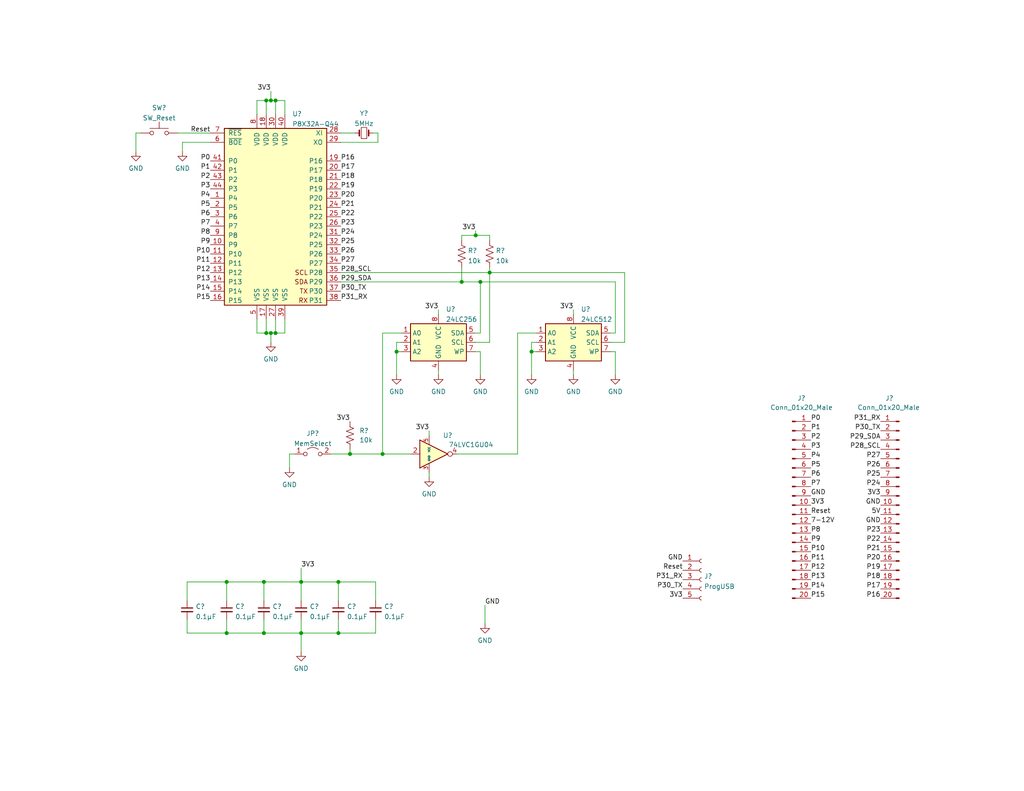
<source format=kicad_sch>
(kicad_sch (version 20211123) (generator eeschema)
  (paper "USLetter")
  (title_block (title "Projet2_CpuBoards") (date "2022-02-10") (rev "0.0.1") (company "Cégep de Sherbrooke"))
  (lib_symbols
    (symbol "74xGxx:74LVC1GU04DRL"
      (property "Reference" "U" (at -2.54 5.08 0))
      (property "Value" "74LVC1GU04DRL" (at 8.89 5.08 0))
      (symbol "74LVC1GU04DRL_0_1"
        (rectangle (start -2.54 3.81) (end -2.54 -3.81) (stroke (width 0.254)) (fill (type background)))
        (polyline (pts (xy -2.54 -3.81) (xy 5.08 0) (xy -2.54 3.81)) (stroke (width 0.254)) (fill (type background)))
        (circle (center 5.715 0) (radius 0.635))
      )
      (symbol "74LVC1GU04DRL_1_1"
        (pin no_connect line (at 5.08 0 180) (length 2.54) hide (name "NC") (number "1"))
        (pin input line (at -5.08 0 0) (length 2.54) (name "~") (number "2"))
        (pin power_in line (at 0 -5.08 90) (length 2.54) (name "GND") (number "3"))
        (pin output line (at 7.62 0 180) (length 1.27) (name "~") (number "4"))
        (pin power_in line (at 0 5.08 270) (length 2.54) (name "VCC") (number "5"))
      )
    )
    (symbol "Connector:Conn_01x05_Female" (pin_names (offset 1.016) hide)
      (property "Reference" "J" (at 0 7.62 0))
      (property "Value" "Conn_01x05_Female" (at 0 -7.62 0))
      (symbol "Conn_01x05_Female_1_1"
        (arc (start 0 -4.572) (mid -0.508 -5.08) (end 0 -5.588) (stroke (width 0.1524)))
        (arc (start 0 -2.032) (mid -0.508 -2.54) (end 0 -3.048) (stroke (width 0.1524)))
        (polyline (pts (xy -1.27 -5.08) (xy -0.508 -5.08)) (stroke (width 0.1524)))
        (polyline (pts (xy -1.27 -2.54) (xy -0.508 -2.54)) (stroke (width 0.1524)))
        (polyline (pts (xy -1.27 0) (xy -0.508 0)) (stroke (width 0.1524)))
        (polyline (pts (xy -1.27 2.54) (xy -0.508 2.54)) (stroke (width 0.1524)))
        (polyline (pts (xy -1.27 5.08) (xy -0.508 5.08)) (stroke (width 0.1524)))
        (arc (start 0 0.508) (mid -0.508 0) (end 0 -0.508) (stroke (width 0.1524)))
        (arc (start 0 3.048) (mid -0.508 2.54) (end 0 2.032) (stroke (width 0.1524)))
        (arc (start 0 5.588) (mid -0.508 5.08) (end 0 4.572) (stroke (width 0.1524)))
        (pin passive line (at -5.08 5.08 0) (length 3.81) (name "Pin_1") (number "1"))
        (pin passive line (at -5.08 2.54 0) (length 3.81) (name "Pin_2") (number "2"))
        (pin passive line (at -5.08 0 0) (length 3.81) (name "Pin_3") (number "3"))
        (pin passive line (at -5.08 -2.54 0) (length 3.81) (name "Pin_4") (number "4"))
        (pin passive line (at -5.08 -5.08 0) (length 3.81) (name "Pin_5") (number "5"))
      )
    )
    (symbol "Connector:Conn_01x20_Male" (pin_names (offset 1.016) hide)
      (property "Reference" "J" (at 0 25.4 0))
      (property "Value" "Conn_01x20_Male" (at 0 -27.94 0))
      (symbol "Conn_01x20_Male_1_1"
        (polyline (pts (xy 1.27 -25.4) (xy 0.8636 -25.4)) (stroke (width 0.1524)))
        (polyline (pts (xy 1.27 -22.86) (xy 0.8636 -22.86)) (stroke (width 0.1524)))
        (polyline (pts (xy 1.27 -20.32) (xy 0.8636 -20.32)) (stroke (width 0.1524)))
        (polyline (pts (xy 1.27 -17.78) (xy 0.8636 -17.78)) (stroke (width 0.1524)))
        (polyline (pts (xy 1.27 -15.24) (xy 0.8636 -15.24)) (stroke (width 0.1524)))
        (polyline (pts (xy 1.27 -12.7) (xy 0.8636 -12.7)) (stroke (width 0.1524)))
        (polyline (pts (xy 1.27 -10.16) (xy 0.8636 -10.16)) (stroke (width 0.1524)))
        (polyline (pts (xy 1.27 -7.62) (xy 0.8636 -7.62)) (stroke (width 0.1524)))
        (polyline (pts (xy 1.27 -5.08) (xy 0.8636 -5.08)) (stroke (width 0.1524)))
        (polyline (pts (xy 1.27 -2.54) (xy 0.8636 -2.54)) (stroke (width 0.1524)))
        (polyline (pts (xy 1.27 0) (xy 0.8636 0)) (stroke (width 0.1524)))
        (polyline (pts (xy 1.27 2.54) (xy 0.8636 2.54)) (stroke (width 0.1524)))
        (polyline (pts (xy 1.27 5.08) (xy 0.8636 5.08)) (stroke (width 0.1524)))
        (polyline (pts (xy 1.27 7.62) (xy 0.8636 7.62)) (stroke (width 0.1524)))
        (polyline (pts (xy 1.27 10.16) (xy 0.8636 10.16)) (stroke (width 0.1524)))
        (polyline (pts (xy 1.27 12.7) (xy 0.8636 12.7)) (stroke (width 0.1524)))
        (polyline (pts (xy 1.27 15.24) (xy 0.8636 15.24)) (stroke (width 0.1524)))
        (polyline (pts (xy 1.27 17.78) (xy 0.8636 17.78)) (stroke (width 0.1524)))
        (polyline (pts (xy 1.27 20.32) (xy 0.8636 20.32)) (stroke (width 0.1524)))
        (polyline (pts (xy 1.27 22.86) (xy 0.8636 22.86)) (stroke (width 0.1524)))
        (rectangle (start 0.8636 -25.273) (end 0 -25.527) (stroke (width 0.1524)) (fill (type outline)))
        (rectangle (start 0.8636 -22.733) (end 0 -22.987) (stroke (width 0.1524)) (fill (type outline)))
        (rectangle (start 0.8636 -20.193) (end 0 -20.447) (stroke (width 0.1524)) (fill (type outline)))
        (rectangle (start 0.8636 -17.653) (end 0 -17.907) (stroke (width 0.1524)) (fill (type outline)))
        (rectangle (start 0.8636 -15.113) (end 0 -15.367) (stroke (width 0.1524)) (fill (type outline)))
        (rectangle (start 0.8636 -12.573) (end 0 -12.827) (stroke (width 0.1524)) (fill (type outline)))
        (rectangle (start 0.8636 -10.033) (end 0 -10.287) (stroke (width 0.1524)) (fill (type outline)))
        (rectangle (start 0.8636 -7.493) (end 0 -7.747) (stroke (width 0.1524)) (fill (type outline)))
        (rectangle (start 0.8636 -4.953) (end 0 -5.207) (stroke (width 0.1524)) (fill (type outline)))
        (rectangle (start 0.8636 -2.413) (end 0 -2.667) (stroke (width 0.1524)) (fill (type outline)))
        (rectangle (start 0.8636 0.127) (end 0 -0.127) (stroke (width 0.1524)) (fill (type outline)))
        (rectangle (start 0.8636 2.667) (end 0 2.413) (stroke (width 0.1524)) (fill (type outline)))
        (rectangle (start 0.8636 5.207) (end 0 4.953) (stroke (width 0.1524)) (fill (type outline)))
        (rectangle (start 0.8636 7.747) (end 0 7.493) (stroke (width 0.1524)) (fill (type outline)))
        (rectangle (start 0.8636 10.287) (end 0 10.033) (stroke (width 0.1524)) (fill (type outline)))
        (rectangle (start 0.8636 12.827) (end 0 12.573) (stroke (width 0.1524)) (fill (type outline)))
        (rectangle (start 0.8636 15.367) (end 0 15.113) (stroke (width 0.1524)) (fill (type outline)))
        (rectangle (start 0.8636 17.907) (end 0 17.653) (stroke (width 0.1524)) (fill (type outline)))
        (rectangle (start 0.8636 20.447) (end 0 20.193) (stroke (width 0.1524)) (fill (type outline)))
        (rectangle (start 0.8636 22.987) (end 0 22.733) (stroke (width 0.1524)) (fill (type outline)))
        (pin passive line (at 5.08 22.86 180) (length 3.81) (name "Pin_1") (number "1"))
        (pin passive line (at 5.08 0 180) (length 3.81) (name "Pin_10") (number "10"))
        (pin passive line (at 5.08 -2.54 180) (length 3.81) (name "Pin_11") (number "11"))
        (pin passive line (at 5.08 -5.08 180) (length 3.81) (name "Pin_12") (number "12"))
        (pin passive line (at 5.08 -7.62 180) (length 3.81) (name "Pin_13") (number "13"))
        (pin passive line (at 5.08 -10.16 180) (length 3.81) (name "Pin_14") (number "14"))
        (pin passive line (at 5.08 -12.7 180) (length 3.81) (name "Pin_15") (number "15"))
        (pin passive line (at 5.08 -15.24 180) (length 3.81) (name "Pin_16") (number "16"))
        (pin passive line (at 5.08 -17.78 180) (length 3.81) (name "Pin_17") (number "17"))
        (pin passive line (at 5.08 -20.32 180) (length 3.81) (name "Pin_18") (number "18"))
        (pin passive line (at 5.08 -22.86 180) (length 3.81) (name "Pin_19") (number "19"))
        (pin passive line (at 5.08 20.32 180) (length 3.81) (name "Pin_2") (number "2"))
        (pin passive line (at 5.08 -25.4 180) (length 3.81) (name "Pin_20") (number "20"))
        (pin passive line (at 5.08 17.78 180) (length 3.81) (name "Pin_3") (number "3"))
        (pin passive line (at 5.08 15.24 180) (length 3.81) (name "Pin_4") (number "4"))
        (pin passive line (at 5.08 12.7 180) (length 3.81) (name "Pin_5") (number "5"))
        (pin passive line (at 5.08 10.16 180) (length 3.81) (name "Pin_6") (number "6"))
        (pin passive line (at 5.08 7.62 180) (length 3.81) (name "Pin_7") (number "7"))
        (pin passive line (at 5.08 5.08 180) (length 3.81) (name "Pin_8") (number "8"))
        (pin passive line (at 5.08 2.54 180) (length 3.81) (name "Pin_9") (number "9"))
      )
    )
    (symbol "Device:C_Small" (pin_numbers hide) (pin_names (offset 0.254) hide)
      (property "Reference" "C" (at 0.254 1.778 0))
      (property "Value" "C_Small" (at 0.254 -2.032 0))
      (symbol "C_Small_0_1"
        (polyline (pts (xy -1.524 -0.508) (xy 1.524 -0.508)) (stroke (width 0.3302)))
        (polyline (pts (xy -1.524 0.508) (xy 1.524 0.508)) (stroke (width 0.3048)))
      )
      (symbol "C_Small_1_1"
        (pin passive line (at 0 2.54 270) (length 2.032) (name "~") (number "1"))
        (pin passive line (at 0 -2.54 90) (length 2.032) (name "~") (number "2"))
      )
    )
    (symbol "Device:Crystal_Small" (pin_numbers hide) (pin_names (offset 1.016) hide)
      (property "Reference" "Y" (at 0 2.54 0))
      (property "Value" "Crystal_Small" (at 0 -2.54 0))
      (symbol "Crystal_Small_0_1"
        (rectangle (start -0.762 -1.524) (end 0.762 1.524))
        (polyline (pts (xy -1.27 -0.762) (xy -1.27 0.762)) (stroke (width 0.381)))
        (polyline (pts (xy 1.27 -0.762) (xy 1.27 0.762)) (stroke (width 0.381)))
      )
      (symbol "Crystal_Small_1_1"
        (pin passive line (at -2.54 0 0) (length 1.27) (name "1") (number "1"))
        (pin passive line (at 2.54 0 180) (length 1.27) (name "2") (number "2"))
      )
    )
    (symbol "Device:R_US" (pin_numbers hide) (pin_names (offset 0))
      (property "Reference" "R" (at 2.54 0 90))
      (property "Value" "R_US" (at -2.54 0 90))
      (symbol "R_US_0_1"
        (polyline (pts (xy 0 -2.286) (xy 0 -2.54)))
        (polyline (pts (xy 0 2.286) (xy 0 2.54)))
        (polyline (pts (xy 0 -0.762) (xy 1.016 -1.143) (xy 0 -1.524) (xy -1.016 -1.905) (xy 0 -2.286)))
        (polyline (pts (xy 0 0.762) (xy 1.016 0.381) (xy 0 0) (xy -1.016 -0.381) (xy 0 -0.762)))
        (polyline (pts (xy 0 2.286) (xy 1.016 1.905) (xy 0 1.524) (xy -1.016 1.143) (xy 0 0.762)))
      )
      (symbol "R_US_1_1"
        (pin passive line (at 0 3.81 270) (length 1.27) (name "~") (number "1"))
        (pin passive line (at 0 -3.81 90) (length 1.27) (name "~") (number "2"))
      )
    )
    (symbol "Jumper:Jumper_2_Open" (pin_names (offset 0) hide)
      (property "Reference" "JP" (at 0 2.794 0))
      (property "Value" "Jumper_2_Open" (at 0 -2.286 0))
      (symbol "Jumper_2_Open_0_0"
        (circle (center -2.032 0) (radius 0.508))
        (circle (center 2.032 0) (radius 0.508))
      )
      (symbol "Jumper_2_Open_0_1"
        (arc (start 1.524 1.27) (mid 0 1.778) (end -1.524 1.27))
      )
      (symbol "Jumper_2_Open_1_1"
        (pin passive line (at -5.08 0 0) (length 2.54) (name "A") (number "1"))
        (pin passive line (at 5.08 0 180) (length 2.54) (name "B") (number "2"))
      )
    )
    (symbol "MCU_Parallax:P8X32A-Q44" (pin_names (offset 1.016))
      (property "Reference" "U" (at -13.97 25.4 0))
      (property "Value" "P8X32A-Q44" (at 3.81 25.4 0))
      (symbol "P8X32A-Q44_0_1"
        (rectangle (start -13.97 24.13) (end 13.97 -24.13) (stroke (width 0.254)) (fill (type background)))
        (text "RX" (at 8.89 -22.86 0) (effects (font (size 1.27 1.27)) (justify right)))
        (text "SCL" (at 8.89 -15.24 0) (effects (font (size 1.27 1.27)) (justify right)))
        (text "SDA" (at 8.89 -17.78 0) (effects (font (size 1.27 1.27)) (justify right)))
        (text "TX" (at 8.89 -20.32 0) (effects (font (size 1.27 1.27)) (justify right)))
        (pin bidirectional line (at -17.78 5.08 0) (length 3.81) (name "P4") (number "1"))
        (pin bidirectional line (at -17.78 -7.62 0) (length 3.81) (name "P9") (number "10"))
        (pin bidirectional line (at -17.78 -10.16 0) (length 3.81) (name "P10") (number "11"))
        (pin bidirectional line (at -17.78 -12.7 0) (length 3.81) (name "P11") (number "12"))
        (pin bidirectional line (at -17.78 -15.24 0) (length 3.81) (name "P12") (number "13"))
        (pin bidirectional line (at -17.78 -17.78 0) (length 3.81) (name "P13") (number "14"))
        (pin bidirectional line (at -17.78 -20.32 0) (length 3.81) (name "P14") (number "15"))
        (pin bidirectional line (at -17.78 -22.86 0) (length 3.81) (name "P15") (number "16"))
        (pin power_in line (at -2.54 -27.94 90) (length 3.81) (name "VSS") (number "17"))
        (pin power_in line (at -2.54 27.94 270) (length 3.81) (name "VDD") (number "18"))
        (pin bidirectional line (at 17.78 15.24 180) (length 3.81) (name "P16") (number "19"))
        (pin bidirectional line (at -17.78 2.54 0) (length 3.81) (name "P5") (number "2"))
        (pin bidirectional line (at 17.78 12.7 180) (length 3.81) (name "P17") (number "20"))
        (pin bidirectional line (at 17.78 10.16 180) (length 3.81) (name "P18") (number "21"))
        (pin bidirectional line (at 17.78 7.62 180) (length 3.81) (name "P19") (number "22"))
        (pin bidirectional line (at 17.78 5.08 180) (length 3.81) (name "P20") (number "23"))
        (pin bidirectional line (at 17.78 2.54 180) (length 3.81) (name "P21") (number "24"))
        (pin bidirectional line (at 17.78 0 180) (length 3.81) (name "P22") (number "25"))
        (pin bidirectional line (at 17.78 -2.54 180) (length 3.81) (name "P23") (number "26"))
        (pin power_in line (at 0 -27.94 90) (length 3.81) (name "VSS") (number "27"))
        (pin input line (at 17.78 22.86 180) (length 3.81) (name "XI") (number "28"))
        (pin output line (at 17.78 20.32 180) (length 3.81) (name "XO") (number "29"))
        (pin bidirectional line (at -17.78 0 0) (length 3.81) (name "P6") (number "3"))
        (pin power_in line (at 0 27.94 270) (length 3.81) (name "VDD") (number "30"))
        (pin bidirectional line (at 17.78 -5.08 180) (length 3.81) (name "P24") (number "31"))
        (pin bidirectional line (at 17.78 -7.62 180) (length 3.81) (name "P25") (number "32"))
        (pin bidirectional line (at 17.78 -10.16 180) (length 3.81) (name "P26") (number "33"))
        (pin bidirectional line (at 17.78 -12.7 180) (length 3.81) (name "P27") (number "34"))
        (pin bidirectional line (at 17.78 -15.24 180) (length 3.81) (name "P28") (number "35"))
        (pin bidirectional line (at 17.78 -17.78 180) (length 3.81) (name "P29") (number "36"))
        (pin bidirectional line (at 17.78 -20.32 180) (length 3.81) (name "P30") (number "37"))
        (pin bidirectional line (at 17.78 -22.86 180) (length 3.81) (name "P31") (number "38"))
        (pin power_in line (at 2.54 -27.94 90) (length 3.81) (name "VSS") (number "39"))
        (pin bidirectional line (at -17.78 -2.54 0) (length 3.81) (name "P7") (number "4"))
        (pin power_in line (at 2.54 27.94 270) (length 3.81) (name "VDD") (number "40"))
        (pin bidirectional line (at -17.78 15.24 0) (length 3.81) (name "P0") (number "41"))
        (pin bidirectional line (at -17.78 12.7 0) (length 3.81) (name "P1") (number "42"))
        (pin bidirectional line (at -17.78 10.16 0) (length 3.81) (name "P2") (number "43"))
        (pin bidirectional line (at -17.78 7.62 0) (length 3.81) (name "P3") (number "44"))
        (pin power_in line (at -5.08 -27.94 90) (length 3.81) (name "VSS") (number "5"))
        (pin input line (at -17.78 20.32 0) (length 3.81) (name "~{BOE}") (number "6"))
        (pin bidirectional line (at -17.78 22.86 0) (length 3.81) (name "~{RES}") (number "7"))
        (pin power_in line (at -5.08 27.94 270) (length 3.81) (name "VDD") (number "8"))
        (pin bidirectional line (at -17.78 -5.08 0) (length 3.81) (name "P8") (number "9"))
      )
    )
    (symbol "Memory_EEPROM:24LC256"
      (property "Reference" "U" (at -6.35 6.35 0))
      (property "Value" "24LC256" (at 1.27 6.35 0))
      (symbol "24LC256_1_1"
        (rectangle (start -7.62 5.08) (end 7.62 -5.08) (stroke (width 0.254)) (fill (type background)))
        (pin input line (at -10.16 2.54 0) (length 2.54) (name "A0") (number "1"))
        (pin input line (at -10.16 0 0) (length 2.54) (name "A1") (number "2"))
        (pin input line (at -10.16 -2.54 0) (length 2.54) (name "A2") (number "3"))
        (pin power_in line (at 0 -7.62 90) (length 2.54) (name "GND") (number "4"))
        (pin bidirectional line (at 10.16 2.54 180) (length 2.54) (name "SDA") (number "5"))
        (pin input line (at 10.16 0 180) (length 2.54) (name "SCL") (number "6"))
        (pin input line (at 10.16 -2.54 180) (length 2.54) (name "WP") (number "7"))
        (pin power_in line (at 0 7.62 270) (length 2.54) (name "VCC") (number "8"))
      )
    )
    (symbol "Memory_EEPROM:24LC512"
      (property "Reference" "U" (at -6.35 6.35 0))
      (property "Value" "24LC512" (at 1.27 6.35 0))
      (symbol "24LC512_1_1"
        (rectangle (start -7.62 5.08) (end 7.62 -5.08) (stroke (width 0.254)) (fill (type background)))
        (pin input line (at -10.16 2.54 0) (length 2.54) (name "A0") (number "1"))
        (pin input line (at -10.16 0 0) (length 2.54) (name "A1") (number "2"))
        (pin input line (at -10.16 -2.54 0) (length 2.54) (name "A2") (number "3"))
        (pin power_in line (at 0 -7.62 90) (length 2.54) (name "GND") (number "4"))
        (pin bidirectional line (at 10.16 2.54 180) (length 2.54) (name "SDA") (number "5"))
        (pin input line (at 10.16 0 180) (length 2.54) (name "SCL") (number "6"))
        (pin input line (at 10.16 -2.54 180) (length 2.54) (name "WP") (number "7"))
        (pin power_in line (at 0 7.62 270) (length 2.54) (name "VCC") (number "8"))
      )
    )
    (symbol "Switch:SW_Push" (pin_numbers hide) (pin_names (offset 1.016) hide)
      (property "Reference" "SW" (at 1.27 2.54 0))
      (property "Value" "SW_Push" (at 0 -1.524 0))
      (symbol "SW_Push_0_1"
        (circle (center -2.032 0) (radius 0.508))
        (polyline (pts (xy 0 1.27) (xy 0 3.048)))
        (polyline (pts (xy 2.54 1.27) (xy -2.54 1.27)))
        (circle (center 2.032 0) (radius 0.508))
        (pin passive line (at -5.08 0 0) (length 2.54) (name "1") (number "1"))
        (pin passive line (at 5.08 0 180) (length 2.54) (name "2") (number "2"))
      )
    )
    (symbol "power:GND" (power) (pin_names (offset 0))
      (property "Value" "GND" (at 0 -3.81 0))
      (symbol "GND_0_1"
        (polyline (pts (xy 0 0) (xy 0 -1.27) (xy 1.27 -1.27) (xy 0 -2.54) (xy -1.27 -1.27) (xy 0 -1.27)))
      )
      (symbol "GND_1_1"
        (pin power_in line (at 0 0 270) (length 0) hide (name "GND") (number "1"))
      )
    )
  )
  (junction (at 73.914 90.932))
  (junction (at 72.009 158.877))
  (junction (at 131.064 76.962))
  (junction (at 145.034 96.012))
  (junction (at 61.849 158.877))
  (junction (at 92.329 158.877))
  (junction (at 133.604 74.422))
  (junction (at 72.644 90.932))
  (junction (at 129.794 64.262))
  (junction (at 75.184 27.432))
  (junction (at 72.009 172.847))
  (junction (at 82.169 172.847))
  (junction (at 95.504 123.952))
  (junction (at 104.394 123.952))
  (junction (at 125.984 76.962))
  (junction (at 82.169 158.877))
  (junction (at 72.644 27.432))
  (junction (at 108.204 96.012))
  (junction (at 92.329 172.847))
  (junction (at 61.849 172.847))
  (junction (at 75.184 90.932))
  (junction (at 73.914 27.432))
  (wire (pts (xy 129.794 64.262) (xy 133.604 64.262)))
  (wire (pts (xy 125.984 65.532) (xy 125.984 64.262)))
  (wire (pts (xy 131.064 76.962) (xy 167.894 76.962)))
  (wire (pts (xy 102.489 158.877) (xy 102.489 163.957)))
  (wire (pts (xy 117.094 117.602) (xy 117.094 118.872)))
  (wire (pts (xy 170.434 93.472) (xy 166.624 93.472)))
  (wire (pts (xy 129.794 62.992) (xy 129.794 64.262)))
  (wire (pts (xy 75.184 31.242) (xy 75.184 27.432)))
  (wire (pts (xy 61.849 172.847) (xy 51.054 172.847)))
  (wire (pts (xy 146.304 93.472) (xy 145.034 93.472)))
  (wire (pts (xy 170.434 74.422) (xy 170.434 93.472)))
  (wire (pts (xy 133.604 64.262) (xy 133.604 65.532)))
  (wire (pts (xy 102.489 172.847) (xy 102.489 169.037)))
  (wire (pts (xy 104.394 90.932) (xy 109.474 90.932)))
  (wire (pts (xy 156.464 84.582) (xy 156.464 85.852)))
  (wire (pts (xy 156.464 101.092) (xy 156.464 102.362)))
  (wire (pts (xy 92.329 163.957) (xy 92.329 158.877)))
  (wire (pts (xy 70.104 90.932) (xy 70.104 87.122)))
  (wire (pts (xy 145.034 93.472) (xy 145.034 96.012)))
  (wire (pts (xy 61.849 158.877) (xy 61.849 163.957)))
  (wire (pts (xy 104.394 123.952) (xy 104.394 90.932)))
  (wire (pts (xy 78.994 123.952) (xy 78.994 127.762)))
  (wire (pts (xy 72.009 169.037) (xy 72.009 172.847)))
  (wire (pts (xy 124.714 123.952) (xy 141.224 123.952)))
  (wire (pts (xy 37.084 36.322) (xy 37.084 41.402)))
  (wire (pts (xy 51.054 158.877) (xy 61.849 158.877)))
  (wire (pts (xy 70.104 31.242) (xy 70.104 27.432)))
  (wire (pts (xy 95.504 123.952) (xy 104.394 123.952)))
  (wire (pts (xy 72.644 27.432) (xy 72.644 31.242)))
  (wire (pts (xy 51.054 163.957) (xy 51.054 158.877)))
  (wire (pts (xy 92.329 158.877) (xy 102.489 158.877)))
  (wire (pts (xy 73.914 93.472) (xy 73.914 90.932)))
  (wire (pts (xy 77.724 87.122) (xy 77.724 90.932)))
  (wire (pts (xy 132.334 165.227) (xy 132.334 170.307)))
  (wire (pts (xy 131.064 96.012) (xy 131.064 102.362)))
  (wire (pts (xy 49.784 38.862) (xy 57.404 38.862)))
  (wire (pts (xy 92.329 172.847) (xy 102.489 172.847)))
  (wire (pts (xy 103.124 36.322) (xy 101.854 36.322)))
  (wire (pts (xy 92.964 38.862) (xy 103.124 38.862)))
  (wire (pts (xy 70.104 27.432) (xy 72.644 27.432)))
  (wire (pts (xy 90.424 123.952) (xy 95.504 123.952)))
  (wire (pts (xy 82.169 158.877) (xy 82.169 163.957)))
  (wire (pts (xy 73.914 90.932) (xy 72.644 90.932)))
  (wire (pts (xy 146.304 96.012) (xy 145.034 96.012)))
  (wire (pts (xy 103.124 38.862) (xy 103.124 36.322)))
  (wire (pts (xy 82.169 155.067) (xy 82.169 158.877)))
  (wire (pts (xy 166.624 96.012) (xy 167.894 96.012)))
  (wire (pts (xy 82.169 172.847) (xy 92.329 172.847)))
  (wire (pts (xy 77.724 27.432) (xy 77.724 31.242)))
  (wire (pts (xy 92.964 74.422) (xy 133.604 74.422)))
  (wire (pts (xy 61.849 169.037) (xy 61.849 172.847)))
  (wire (pts (xy 73.914 90.932) (xy 75.184 90.932)))
  (wire (pts (xy 51.054 169.037) (xy 51.054 172.847)))
  (wire (pts (xy 92.329 169.037) (xy 92.329 172.847)))
  (wire (pts (xy 109.474 93.472) (xy 108.204 93.472)))
  (wire (pts (xy 92.964 36.322) (xy 96.774 36.322)))
  (wire (pts (xy 72.009 158.877) (xy 72.009 163.957)))
  (wire (pts (xy 119.634 101.092) (xy 119.634 102.362)))
  (wire (pts (xy 141.224 123.952) (xy 141.224 90.932)))
  (wire (pts (xy 72.644 90.932) (xy 70.104 90.932)))
  (wire (pts (xy 80.264 123.952) (xy 78.994 123.952)))
  (wire (pts (xy 95.504 122.682) (xy 95.504 123.952)))
  (wire (pts (xy 75.184 90.932) (xy 75.184 87.122)))
  (wire (pts (xy 82.169 169.037) (xy 82.169 172.847)))
  (wire (pts (xy 82.169 172.847) (xy 82.169 177.927)))
  (wire (pts (xy 133.604 73.152) (xy 133.604 74.422)))
  (wire (pts (xy 61.849 172.847) (xy 72.009 172.847)))
  (wire (pts (xy 48.514 36.322) (xy 57.404 36.322)))
  (wire (pts (xy 117.094 130.302) (xy 117.094 129.032)))
  (wire (pts (xy 92.329 158.877) (xy 82.169 158.877)))
  (wire (pts (xy 92.964 76.962) (xy 125.984 76.962)))
  (wire (pts (xy 129.794 96.012) (xy 131.064 96.012)))
  (wire (pts (xy 72.009 172.847) (xy 82.169 172.847)))
  (wire (pts (xy 109.474 96.012) (xy 108.204 96.012)))
  (wire (pts (xy 119.634 84.582) (xy 119.634 85.852)))
  (wire (pts (xy 108.204 96.012) (xy 108.204 102.362)))
  (wire (pts (xy 125.984 73.152) (xy 125.984 76.962)))
  (wire (pts (xy 133.604 74.422) (xy 170.434 74.422)))
  (wire (pts (xy 145.034 96.012) (xy 145.034 102.362)))
  (wire (pts (xy 108.204 93.472) (xy 108.204 96.012)))
  (wire (pts (xy 73.914 24.892) (xy 73.914 27.432)))
  (wire (pts (xy 166.624 90.932) (xy 167.894 90.932)))
  (wire (pts (xy 72.009 158.877) (xy 82.169 158.877)))
  (wire (pts (xy 125.984 64.262) (xy 129.794 64.262)))
  (wire (pts (xy 112.014 123.952) (xy 104.394 123.952)))
  (wire (pts (xy 61.849 158.877) (xy 72.009 158.877)))
  (wire (pts (xy 49.784 41.402) (xy 49.784 38.862)))
  (wire (pts (xy 129.794 93.472) (xy 133.604 93.472)))
  (wire (pts (xy 129.794 90.932) (xy 131.064 90.932)))
  (wire (pts (xy 167.894 96.012) (xy 167.894 102.362)))
  (wire (pts (xy 72.644 87.122) (xy 72.644 90.932)))
  (wire (pts (xy 131.064 76.962) (xy 125.984 76.962)))
  (wire (pts (xy 131.064 90.932) (xy 131.064 76.962)))
  (wire (pts (xy 73.914 27.432) (xy 72.644 27.432)))
  (wire (pts (xy 167.894 90.932) (xy 167.894 76.962)))
  (wire (pts (xy 77.724 90.932) (xy 75.184 90.932)))
  (wire (pts (xy 75.184 27.432) (xy 73.914 27.432)))
  (wire (pts (xy 38.354 36.322) (xy 37.084 36.322)))
  (wire (pts (xy 133.604 93.472) (xy 133.604 74.422)))
  (wire (pts (xy 141.224 90.932) (xy 146.304 90.932)))
  (wire (pts (xy 75.184 27.432) (xy 77.724 27.432)))
  (label "P7" (at 221.234 132.842 0))
  (label "GND" (at 221.234 135.382 0))
  (label "Reset" (at 186.309 155.702 180))
  (label "3V3" (at 117.094 117.602 180))
  (label "P16" (at 240.284 163.322 180))
  (label "P12" (at 221.234 155.702 0))
  (label "P22" (at 240.284 148.082 180))
  (label "3V3" (at 240.284 135.382 180))
  (label "P23" (at 240.284 145.542 180))
  (label "3V3" (at 82.169 155.067 0))
  (label "P22" (at 92.964 59.182 0))
  (label "P29_SDA" (at 92.964 76.962 0))
  (label "P30_TX" (at 186.309 160.782 180))
  (label "P8" (at 221.234 145.542 0))
  (label "P15" (at 57.404 82.042 180))
  (label "P19" (at 240.284 155.702 180))
  (label "P3" (at 221.234 122.682 0))
  (label "P19" (at 92.964 51.562 0))
  (label "P9" (at 57.404 66.802 180))
  (label "P20" (at 92.964 54.102 0))
  (label "3V3" (at 186.309 163.322 180))
  (label "P4" (at 221.234 125.222 0))
  (label "GND" (at 240.284 137.922 180))
  (label "P4" (at 57.404 54.102 180))
  (label "P21" (at 92.964 56.642 0))
  (label "P7" (at 57.404 61.722 180))
  (label "P26" (at 92.964 69.342 0))
  (label "3V3" (at 156.464 84.582 180))
  (label "GND" (at 186.309 153.162 180))
  (label "Reset" (at 57.404 36.322 180))
  (label "3V3" (at 119.634 84.582 180))
  (label "P10" (at 221.234 150.622 0))
  (label "P11" (at 221.234 153.162 0))
  (label "P31_RX" (at 186.309 158.242 180))
  (label "P3" (at 57.404 51.562 180))
  (label "P14" (at 57.404 79.502 180))
  (label "P18" (at 92.964 49.022 0))
  (label "3V3" (at 73.914 24.892 180))
  (label "P30_TX" (at 240.284 117.602 180))
  (label "5V" (at 240.284 140.462 180))
  (label "7-12V" (at 221.234 143.002 0))
  (label "P1" (at 221.234 117.602 0))
  (label "3V3" (at 95.504 115.062 180))
  (label "P20" (at 240.284 153.162 180))
  (label "P13" (at 221.234 158.242 0))
  (label "P5" (at 221.234 127.762 0))
  (label "GND" (at 132.334 165.227 0))
  (label "P27" (at 92.964 71.882 0))
  (label "P31_RX" (at 92.964 82.042 0))
  (label "P2" (at 221.234 120.142 0))
  (label "P14" (at 221.234 160.782 0))
  (label "P12" (at 57.404 74.422 180))
  (label "P6" (at 57.404 59.182 180))
  (label "P17" (at 92.964 46.482 0))
  (label "P5" (at 57.404 56.642 180))
  (label "GND" (at 240.284 143.002 180))
  (label "P15" (at 221.234 163.322 0))
  (label "P17" (at 240.284 160.782 180))
  (label "P0" (at 57.404 43.942 180))
  (label "P8" (at 57.404 64.262 180))
  (label "P1" (at 57.404 46.482 180))
  (label "P18" (at 240.284 158.242 180))
  (label "P16" (at 92.964 43.942 0))
  (label "3V3" (at 129.794 62.992 180))
  (label "P9" (at 221.234 148.082 0))
  (label "P24" (at 92.964 64.262 0))
  (label "P28_SCL" (at 240.284 122.682 180))
  (label "P0" (at 221.234 115.062 0))
  (label "P25" (at 240.284 130.302 180))
  (label "P21" (at 240.284 150.622 180))
  (label "P25" (at 92.964 66.802 0))
  (label "P11" (at 57.404 71.882 180))
  (label "P30_TX" (at 92.964 79.502 0))
  (label "P6" (at 221.234 130.302 0))
  (label "P31_RX" (at 240.284 115.062 180))
  (label "P24" (at 240.284 132.842 180))
  (label "P2" (at 57.404 49.022 180))
  (label "P27" (at 240.284 125.222 180))
  (label "P10" (at 57.404 69.342 180))
  (label "P13" (at 57.404 76.962 180))
  (label "Reset" (at 221.234 140.462 0))
  (label "P29_SDA" (at 240.284 120.142 180))
  (label "3V3" (at 221.234 137.922 0))
  (label "P28_SCL" (at 92.964 74.422 0))
  (label "P26" (at 240.284 127.762 180))
  (label "P23" (at 92.964 61.722 0))
  (symbol (lib_id "power:GND") (at 156.464 102.362 0) (unit 1)
    (property "Reference" "#PWR?" (effects hide))
    (property "Value" "GND" (at 156.464 106.9245 0))
  )
  (symbol (lib_id "power:GND") (at 82.169 177.927 0) (unit 1)
    (property "Reference" "#PWR?" (effects hide))
    (property "Value" "GND" (at 82.169 182.4895 0))
  )
  (symbol (lib_id "Device:C_Small") (at 92.329 166.497 0) (unit 1)
    (property "Reference" "C?" (at 94.6531 165.5948 0) (effects (justify left)))
    (property "Value" "0.1µF" (at 94.6531 168.3699 0) (effects (justify left)))
    (property "Footprint" "Capacitor_SMD:C_0805_2012Metric_Pad1.18x1.45mm_HandSolder" (effects hide))
  )
  (symbol (lib_id "Connector:Conn_01x20_Male") (at 216.154 137.922 0) (unit 1)
    (property "Reference" "J?" (at 218.694 108.712 0))
    (property "Value" "Conn_01x20_Male" (at 218.694 111.252 0))
    (property "Footprint" "Connector_PinHeader_2.54mm:PinHeader_1x20_P2.54mm_Vertical" (effects hide))
  )
  (symbol (lib_id "Device:R_US") (at 125.984 69.342 0) (unit 1)
    (property "Reference" "R?" (at 127.635 68.4335 0) (effects (justify left)))
    (property "Value" "10k" (at 127.635 71.2086 0) (effects (justify left)))
    (property "Footprint" "Resistor_SMD:R_0805_2012Metric_Pad1.20x1.40mm_HandSolder" (effects hide))
  )
  (symbol (lib_id "power:GND") (at 132.334 170.307 0) (unit 1)
    (property "Reference" "#PWR?" (effects hide))
    (property "Value" "GND" (at 132.334 174.8695 0))
  )
  (symbol (lib_id "Device:R_US") (at 95.504 118.872 0) (unit 1)
    (property "Reference" "R?" (at 98.044 117.6019 0) (effects (justify left)))
    (property "Value" "10k" (at 98.044 120.1419 0) (effects (justify left)))
    (property "Footprint" "Resistor_SMD:R_0805_2012Metric_Pad1.20x1.40mm_HandSolder" (effects hide))
  )
  (symbol (lib_id "Device:R_US") (at 133.604 69.342 0) (unit 1)
    (property "Reference" "R?" (at 135.255 68.4335 0) (effects (justify left)))
    (property "Value" "10k" (at 135.255 71.2086 0) (effects (justify left)))
    (property "Footprint" "Resistor_SMD:R_0805_2012Metric_Pad1.20x1.40mm_HandSolder" (effects hide))
  )
  (symbol (lib_id "power:GND") (at 131.064 102.362 0) (unit 1)
    (property "Reference" "#PWR?" (effects hide))
    (property "Value" "GND" (at 131.064 106.9245 0))
  )
  (symbol (lib_id "Device:C_Small") (at 102.489 166.497 0) (unit 1)
    (property "Reference" "C?" (at 104.8131 165.5948 0) (effects (justify left)))
    (property "Value" "0.1µF" (at 104.8131 168.3699 0) (effects (justify left)))
    (property "Footprint" "Capacitor_SMD:C_0805_2012Metric_Pad1.18x1.45mm_HandSolder" (effects hide))
  )
  (symbol (lib_id "power:GND") (at 78.994 127.762 0) (unit 1)
    (property "Reference" "#PWR?" (effects hide))
    (property "Value" "GND" (at 78.994 132.3245 0))
  )
  (symbol (lib_id "Device:Crystal_Small") (at 99.314 36.322 0) (unit 1)
    (property "Reference" "Y?" (at 99.314 30.9585 0))
    (property "Value" "5MHz" (at 99.314 33.7336 0))
    (property "Footprint" "Crystal:Crystal_SMD_MicroCrystal_CC1V-T1A-2Pin_8.0x3.7mm_HandSoldering" (effects hide))
  )
  (symbol (lib_id "power:GND") (at 73.914 93.472 0) (unit 1)
    (property "Reference" "#PWR?" (effects hide))
    (property "Value" "GND" (at 73.914 98.0345 0))
  )
  (symbol (lib_id "Switch:SW_Push") (at 43.434 36.322 0) (unit 1)
    (property "Reference" "SW?" (at 43.434 29.4345 0))
    (property "Value" "SW_Reset" (at 43.434 32.2096 0))
    (property "Footprint" "Button_Switch_SMD:SW_SPST_CK_RS282G05A3" (effects hide))
  )
  (symbol (lib_id "power:GND") (at 117.094 130.302 0) (unit 1)
    (property "Reference" "#PWR?" (effects hide))
    (property "Value" "GND" (at 117.094 134.8645 0))
  )
  (symbol (lib_id "Device:C_Small") (at 61.849 166.497 0) (unit 1)
    (property "Reference" "C?" (at 64.1731 165.5948 0) (effects (justify left)))
    (property "Value" "0.1µF" (at 64.1731 168.3699 0) (effects (justify left)))
    (property "Footprint" "Capacitor_SMD:C_0805_2012Metric_Pad1.18x1.45mm_HandSolder" (effects hide))
  )
  (symbol (lib_id "Jumper:Jumper_2_Open") (at 85.344 123.952 0) (unit 1)
    (property "Reference" "JP?" (at 85.344 118.3345 0))
    (property "Value" "MemSelect" (at 85.344 121.1096 0))
    (property "Footprint" "Connector_PinHeader_2.54mm:PinHeader_1x02_P2.54mm_Vertical" (effects hide))
  )
  (symbol (lib_id "Connector:Conn_01x05_Female") (at 191.389 158.242 0) (unit 1)
    (property "Reference" "J?" (at 192.1002 157.3335 0) (effects (justify left)))
    (property "Value" "ProgUSB" (at 192.1002 160.1086 0) (effects (justify left)))
    (property "Footprint" "Connector_PinSocket_2.54mm:PinSocket_1x05_P2.54mm_Vertical" (effects hide))
  )
  (symbol (lib_id "Memory_EEPROM:24LC256") (at 119.634 93.472 0) (unit 1)
    (property "Reference" "U?" (at 121.6534 84.4255 0) (effects (justify left)))
    (property "Value" "24LC256" (at 121.6534 87.2006 0) (effects (justify left)))
    (property "Footprint" "Package_SO:SOIC-8-1EP_3.9x4.9mm_P1.27mm_EP2.41x3.81mm" (effects hide))
    (property "Datasheet" "http://ww1.microchip.com/downloads/en/devicedoc/21203m.pdf" (effects hide))
  )
  (symbol (lib_id "74xGxx:74LVC1GU04DRL") (at 117.094 123.952 0) (unit 1)
    (property "Reference" "U?" (at 122.174 118.872 0))
    (property "Value" "74LVC1GU04" (at 128.524 121.412 0))
    (property "Footprint" "Package_TO_SOT_SMD:SOT-553" (effects hide))
    (property "Datasheet" "http://www.ti.com/lit/ds/symlink/sn74lvc1gu04.pdf" (effects hide))
  )
  (symbol (lib_id "power:GND") (at 49.784 41.402 0) (unit 1)
    (property "Reference" "#PWR?" (effects hide))
    (property "Value" "GND" (at 49.784 45.9645 0))
  )
  (symbol (lib_id "Memory_EEPROM:24LC512") (at 156.464 93.472 0) (unit 1)
    (property "Reference" "U?" (at 158.4834 84.4255 0) (effects (justify left)))
    (property "Value" "24LC512" (at 158.4834 87.2006 0) (effects (justify left)))
    (property "Footprint" "Package_SO:SOIC-8-1EP_3.9x4.9mm_P1.27mm_EP2.41x3.81mm" (effects hide))
    (property "Datasheet" "http://ww1.microchip.com/downloads/en/DeviceDoc/21754M.pdf" (effects hide))
  )
  (symbol (lib_id "power:GND") (at 37.084 41.402 0) (unit 1)
    (property "Reference" "#PWR?" (effects hide))
    (property "Value" "GND" (at 37.084 45.9645 0))
  )
  (symbol (lib_id "Device:C_Small") (at 82.169 166.497 0) (unit 1)
    (property "Reference" "C?" (at 84.4931 165.5948 0) (effects (justify left)))
    (property "Value" "0.1µF" (at 84.4931 168.3699 0) (effects (justify left)))
    (property "Footprint" "Capacitor_SMD:C_0805_2012Metric_Pad1.18x1.45mm_HandSolder" (effects hide))
  )
  (symbol (lib_id "power:GND") (at 108.204 102.362 0) (unit 1)
    (property "Reference" "#PWR?" (effects hide))
    (property "Value" "GND" (at 108.204 106.9245 0))
  )
  (symbol (lib_id "power:GND") (at 167.894 102.362 0) (unit 1)
    (property "Reference" "#PWR?" (effects hide))
    (property "Value" "GND" (at 167.894 106.9245 0))
  )
  (symbol (lib_id "power:GND") (at 119.634 102.362 0) (unit 1)
    (property "Reference" "#PWR?" (effects hide))
    (property "Value" "GND" (at 119.634 106.9245 0))
  )
  (symbol (lib_id "MCU_Parallax:P8X32A-Q44") (at 75.184 59.182 0) (unit 1)
    (property "Reference" "U?" (at 79.7434 31.0855 0) (effects (justify left)))
    (property "Value" "P8X32A-Q44" (at 79.7434 33.8606 0) (effects (justify left)))
    (property "Footprint" "Package_QFP:LQFP-44_10x10mm_P0.8mm" (effects hide))
    (property "Datasheet" "https://www.parallax.com/sites/default/files/downloads/P8X32A-Propeller-Datasheet-v1.4.0_0.pdf" (effects hide))
  )
  (symbol (lib_id "power:GND") (at 145.034 102.362 0) (unit 1)
    (property "Reference" "#PWR?" (effects hide))
    (property "Value" "GND" (at 145.034 106.9245 0))
  )
  (symbol (lib_id "Connector:Conn_01x20_Male") (at 245.364 137.922 0) (mirror y) (unit 1)
    (property "Reference" "J?" (at 241.554 108.712 0) (effects (justify right)))
    (property "Value" "Conn_01x20_Male" (at 233.934 111.252 0) (effects (justify right)))
    (property "Footprint" "Connector_PinHeader_2.54mm:PinHeader_1x20_P2.54mm_Vertical" (effects hide))
  )
  (symbol (lib_id "Device:C_Small") (at 72.009 166.497 0) (unit 1)
    (property "Reference" "C?" (at 74.3331 165.5948 0) (effects (justify left)))
    (property "Value" "0.1µF" (at 74.3331 168.3699 0) (effects (justify left)))
    (property "Footprint" "Capacitor_SMD:C_0805_2012Metric_Pad1.18x1.45mm_HandSolder" (effects hide))
  )
  (symbol (lib_id "Device:C_Small") (at 51.054 166.497 0) (unit 1)
    (property "Reference" "C?" (at 53.3781 165.5948 0) (effects (justify left)))
    (property "Value" "0.1µF" (at 53.3781 168.3699 0) (effects (justify left)))
    (property "Footprint" "Capacitor_SMD:C_0805_2012Metric_Pad1.18x1.45mm_HandSolder" (effects hide))
  )
)
</source>
